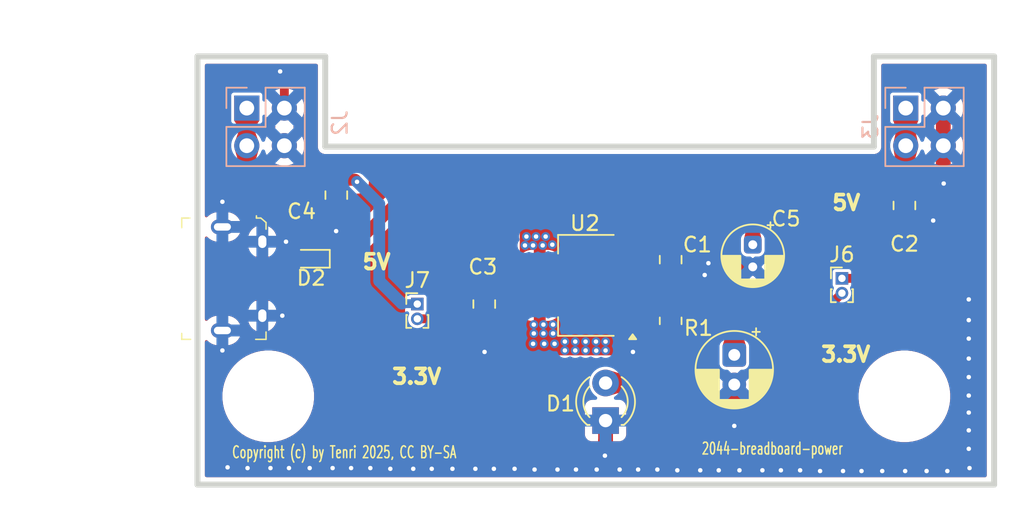
<source format=kicad_pcb>
(kicad_pcb (version 20241229) (generator "pcbnew") (generator_version "9.0")
  (layers (0 "F.Cu" signal) (2 "B.Cu" signal) (13 "F.Paste" user) (15 "B.Paste" user) (5 "F.SilkS" user "F.Silkscreen") (7 "B.SilkS" user "B.Silkscreen") (1 "F.Mask" user) (3 "B.Mask" user) (25 "Edge.Cuts" user))
  (net 0 "")
  (net 1 "GND")
  (net 2 "Net-(D1-A)")
  (net 3 "+5V")
  (net 7 "/Vout_1")
  (net 8 "+3.3V")
  (net 9 "/Vout_2")
  (net 10 "Net-(D2-K)")
  (footprint "Capacitor_SMD:C_0805_2012Metric_Pad1.18x1.45mm_HandSolder" (layer "F.Cu") (at 172.7 78.7625 -90)
    (property "Reference" "C1")
    (property "Value" "0.1 uF" (hide yes))
  )
  (footprint "MountingHole:MountingHole_2.2mm_M2" (layer "F.Cu") (at 145.5 88)
    (property "Reference" "REF**" (hide yes))
    (property "Value" "MountingHole_2.2mm_M2")
  )
  (footprint "Capacitor_THT:CP_Radial_D5.0mm_P2.00mm" (layer "F.Cu") (at 177 85.2 -90)
    (property "Reference" "C6" (hide yes))
    (property "Value" "10 uF")
  )
  (footprint "LED_THT:LED_D3.0mm" (layer "F.Cu") (at 168.3 89.64 90)
    (property "Reference" "D1")
    (property "Value" "LED")
  )
  (footprint "Package_TO_SOT_SMD:SOT-223-3_TabPin2" (layer "F.Cu") (at 167 80.5 180)
    (property "Reference" "U2")
    (property "Value" "AZ1117CH2-3.3")
  )
  (footprint "Capacitor_SMD:C_0805_2012Metric_Pad1.18x1.45mm_HandSolder" (layer "F.Cu") (at 188.5 75.1 -90)
    (property "Reference" "C2")
    (property "Value" "22 uF")
  )
  (footprint "Diode_SMD:D_SOD-523" (layer "F.Cu") (at 148.4 78.7 180)
    (property "Reference" "D2")
    (property "Value" "1N4148WT")
  )
  (footprint "MountingHole:MountingHole_2.2mm_M2" (layer "F.Cu") (at 188.5 88)
    (property "Reference" "REF**" (hide yes))
    (property "Value" "MountingHole_2.2mm_M2")
  )
  (footprint "Capacitor_SMD:C_0805_2012Metric_Pad1.18x1.45mm_HandSolder" (layer "F.Cu") (at 160.1 81.7625 -90)
    (property "Reference" "C3")
    (property "Value" "0.1 uF")
  )
  (footprint "Capacitor_THT:CP_Radial_D4.0mm_P1.50mm" (layer "F.Cu") (at 178.25 77.75 -90)
    (property "Reference" "C5")
    (property "Value" "0.22 uF")
  )
  (footprint "Connector_PinHeader_1.00mm:PinHeader_1x02_P1.00mm_Vertical" (layer "F.Cu") (at 184.277 80.026)
    (property "Reference" "J6")
    (property "Value" "Conn_01x02")
  )
  (footprint "Connector_PinHeader_1.00mm:PinHeader_1x02_P1.00mm_Vertical" (layer "F.Cu") (at 155.575 81.7625)
    (property "Reference" "J7")
    (property "Value" "Conn_01x02")
  )
  (footprint "Resistor_SMD:R_0805_2012Metric_Pad1.20x1.40mm_HandSolder" (layer "F.Cu") (at 172.7 82.9 90)
    (property "Reference" "R1")
    (property "Value" "330")
  )
  (footprint "digikey-footprints:USB_Micro_B_Female_10118194-0001LF" (layer "F.Cu") (at 145.1 80.05 -90)
    (property "Reference" "J1" (hide yes))
    (property "Value" "10118194-0001LF")
  )
  (footprint "Symbol:OSHW-Logo2_7.3x6mm_Copper" (layer "F.Cu") (at 161.25 88.75)
    (property "Reference" "REF**" (hide yes))
    (property "Value" "OSHW-Logo2_7.3x6mm_Copper" (hide yes))
  )
  (footprint "Capacitor_SMD:C_0805_2012Metric_Pad1.18x1.45mm_HandSolder" (layer "F.Cu") (at 150.1 74.4 -90)
    (property "Reference" "C4")
    (property "Value" "22 uF")
  )
  (footprint "Connector_PinHeader_2.54mm:PinHeader_2x02_P2.54mm_Vertical" (layer "B.Cu") (at 188.588319 68.518917 -90)
    (property "Reference" "J3")
    (property "Value" "Conn_02x02_Odd_Even")
  )
  (footprint "Connector_PinHeader_2.54mm:PinHeader_2x02_P2.54mm_Vertical" (layer "B.Cu") (at 144.048319 68.518917 -90)
    (property "Reference" "J2")
    (property "Value" "Conn_02x02_Odd_Even")
  )
  (gr_line (start 194.564 93.96632) (end 140.716 93.96632) (stroke (width 0.4)) (layer "Edge.Cuts"))
  (gr_line (start 140.716 65.024) (end 149.352 65.024) (stroke (width 0.4)) (layer "Edge.Cuts"))
  (gr_line (start 149.352 71.12) (end 186.436 71.12) (stroke (width 0.4)) (layer "Edge.Cuts"))
  (gr_line (start 186.436 65.024) (end 194.564 65.024) (stroke (width 0.4)) (layer "Edge.Cuts"))
  (gr_line (start 140.716 93.96632) (end 140.716 65.024) (stroke (width 0.4)) (layer "Edge.Cuts"))
  (gr_line (start 194.564 65.024) (end 194.564 93.96632) (stroke (width 0.4)) (layer "Edge.Cuts"))
  (gr_line (start 149.352 65.024) (end 149.352 71.12) (stroke (width 0.4)) (layer "Edge.Cuts"))
  (gr_line (start 186.436 71.12) (end 186.436 65.024) (stroke (width 0.4)) (layer "Edge.Cuts"))
  (gr_text "3.3V" (at 153.75 87.25 0) (layer "F.SilkS") (effects (font (size 1 1) (thickness 0.25) (bold yes)) (justify left bottom)))
  (gr_text "2044-breadboard-power" (at 174.75 92 0) (layer "F.SilkS") (effects (font (size 0.8 0.5) (thickness 0.1)) (justify left bottom)))
  (gr_text "5V" (at 151.75 79.5 0) (layer "F.SilkS") (effects (font (size 1 1) (thickness 0.25) (bold yes)) (justify left bottom)))
  (gr_text "5V" (at 183.5 75.5 0) (layer "F.SilkS") (effects (font (size 1 1) (thickness 0.25) (bold yes)) (justify left bottom)))
  (gr_text "3.3V" (at 182.75 85.75 0) (layer "F.SilkS") (effects (font (size 1 1) (thickness 0.25) (bold yes)) (justify left bottom)))
  (gr_text "Copyright (c) by Tenri 2025, CC BY-SA" (at 143 92.25 0) (layer "F.SilkS") (effects (font (size 0.8 0.5) (thickness 0.1)) (justify left bottom)))
  (segment (start 191.128319 68.518917) (end 191.128319 71.058917) (width 1) (layer "F.Cu") (net 1))
  (segment (start 188.5 76.1375) (end 189.321494 76.1375) (width 1) (layer "F.Cu") (net 1))
  (segment (start 175.5 79.25) (end 175.25 79) (width 0.6) (layer "F.Cu") (net 1))
  (segment (start 177 89) (end 177 87.2) (width 1) (layer "F.Cu") (net 1))
  (segment (start 150.088355 75.449145) (end 150.1 75.4375) (width 0.4) (layer "F.Cu") (net 1))
  (segment (start 189.321494 76.1375) (end 189.335892 76.123102) (width 1) (layer "F.Cu") (net 1))
  (segment (start 172.7 79.8) (end 173.973142 79.8) (width 0.8) (layer "F.Cu") (net 1))
  (segment (start 178.25 79.25) (end 175.5 79.25) (width 0.6) (layer "F.Cu") (net 1))
  (segment (start 160.1 82.8) (end 160.1 83.979732) (width 0.8) (layer "F.Cu") (net 1))
  (segment (start 146.588319 68.518917) (end 146.588319 66.324319) (width 0.6) (layer "F.Cu") (net 1))
  (segment (start 189.335892 76.123102) (end 189.339131 76.119863) (width 0.3) (layer "F.Cu") (net 1))
  (segment (start 160.1 82.8) (end 160.1 82.9) (width 0.4) (layer "F.Cu") (net 1))
  (segment (start 146.225819 68.881417) (end 146.588319 68.518917) (width 0.6) (layer "F.Cu") (net 1))
  (segment (start 160.1 82.9) (end 160 83) (width 0.4) (layer "F.Cu") (net 1))
  (segment (start 170.15 84) (end 170.15 85) (width 0.3) (layer "F.Cu") (net 1))
  (segment (start 146.588319 66.324319) (end 146.304 66.04) (width 0.6) (layer "F.Cu") (net 1))
  (segment (start 173.986953 79.786189) (end 174.001531 79.800767) (width 0.8) (layer "F.Cu") (net 1))
  (segment (start 142.4 74.85) (end 142.4 76.55) (width 0.3) (layer "F.Cu") (net 1))
  (segment (start 160.120268 84) (end 160.1 83.979732) (width 0.4) (layer "F.Cu") (net 1))
  (segment (start 189.339131 76.119863) (end 190.443818 76.119863) (width 0.3) (layer "F.Cu") (net 1))
  (segment (start 172.700767 79.800767) (end 172.7 79.8) (width 0.3) (layer "F.Cu") (net 1))
  (segment (start 160.120268 85) (end 160.120268 84) (width 0.4) (layer "F.Cu") (net 1))
  (segment (start 168.3 90.99603) (end 168.299891 90.996139) (width 1) (layer "F.Cu") (net 1))
  (segment (start 146.7 77.55) (end 145.1 77.55) (width 0.3) (layer "F.Cu") (net 1))
  (segment (start 191.128319 72.808713) (end 191.128319 71.058917) (width 1) (layer "F.Cu") (net 1))
  (segment (start 170.15 84) (end 170.15 82.8) (width 1) (layer "F.Cu") (net 1))
  (segment (start 173.973142 79.8) (end 173.986953 79.786189) (width 0.8) (layer "F.Cu") (net 1))
  (segment (start 142.4 84.9) (end 142.4 83.55) (width 0.3) (layer "F.Cu") (net 1))
  (segment (start 168.256157 92.012952) (end 168.256157 91.039873) (width 0.3) (layer "F.Cu") (net 1))
  (segment (start 191.155498 73.616623) (end 191.155498 72.835892) (width 0.3) (layer "F.Cu") (net 1))
  (segment (start 168.256157 91.039873) (end 168.299891 90.996139) (width 0.3) (layer "F.Cu") (net 1))
  (segment (start 150.088355 76.832098) (end 150.088355 75.449145) (width 0.4) (layer "F.Cu") (net 1))
  (segment (start 190.925819 68.721417) (end 191.128319 68.518917) (width 0.6) (layer "F.Cu") (net 1))
  (segment (start 168.3 89.64) (end 168.3 90.99603) (width 1) (layer "F.Cu") (net 1))
  (segment (start 146.45 82.55) (end 145.1 82.55) (width 0.3) (layer "F.Cu") (net 1))
  (segment (start 175 79.800767) (end 174.001531 79.800767) (width 0.3) (layer "F.Cu") (net 1))
  (segment (start 191.155498 72.835892) (end 191.128319 72.808713) (width 0.3) (layer "F.Cu") (net 1))
  (segment (start 177 90) (end 177 89) (width 0.3) (layer "F.Cu") (net 1))
  (via (at 149.85 92.85) (size 0.6) (drill 0.3) (layers "F.Cu" "B.Cu") (net 1))
  (via (at 151.1 92.85) (size 0.6) (drill 0.3) (layers "F.Cu" "B.Cu") (net 1))
  (via (at 144.1 92.85) (size 0.6) (drill 0.3) (layers "F.Cu" "B.Cu") (net 1))
  (via (at 171.8 92.95) (size 0.6) (drill 0.3) (layers "F.Cu" "B.Cu") (net 1))
  (via (at 175.25 79) (size 0.5) (drill 0.3) (layers "F.Cu" "B.Cu") (net 1))
  (via (at 159.5 92.9) (size 0.6) (drill 0.3) (layers "F.Cu" "B.Cu") (net 1))
  (via (at 190 93.05) (size 0.6) (drill 0.3) (layers "F.Cu" "B.Cu") (net 1))
  (via (at 160.120268 85) (size 0.6) (drill 0.3) (layers "F.Cu" "B.Cu") (net 1))
  (via (at 170.5 92.95) (size 0.6) (drill 0.3) (layers "F.Cu" "B.Cu") (net 1))
  (via (at 185.6 93.05) (size 0.6) (drill 0.3) (layers "F.Cu" "B.Cu") (net 1))
  (via (at 178.9 93) (size 0.6) (drill 0.3) (layers "F.Cu" "B.Cu") (net 1))
  (via (at 167.7 92.95) (size 0.6) (drill 0.3) (layers "F.Cu" "B.Cu") (net 1))
  (via (at 165.05 92.95) (size 0.6) (drill 0.3) (layers "F.Cu" "B.Cu") (net 1))
  (via (at 142.4 84.9) (size 0.5) (drill 0.3) (layers "F.Cu" "B.Cu") (net 1))
  (via (at 153.75 92.9) (size 0.6) (drill 0.3) (layers "F.Cu" "B.Cu") (net 1))
  (via (at 157.95 92.9) (size 0.6) (drill 0.3) (layers "F.Cu" "B.Cu") (net 1))
  (via (at 166.3 92.95) (size 0.6) (drill 0.3) (layers "F.Cu" "B.Cu") (net 1))
  (via (at 152.4 92.85) (size 0.6) (drill 0.3) (layers "F.Cu" "B.Cu") (net 1))
  (via (at 162.15 92.9) (size 0.6) (drill 0.3) (layers "F.Cu" "B.Cu") (net 1))
  (via (at 180.15 93) (size 0.6) (drill 0.3) (layers "F.Cu" "B.Cu") (net 1))
  (via (at 148.3 92.85) (size 0.6) (drill 0.3) (layers "F.Cu" "B.Cu") (net 1))
  (via (at 142.4 74.85) (size 0.5) (drill 0.3) (layers "F.Cu" "B.Cu") (net 1))
  (via (at 190.443818 76.119863) (size 0.5) (drill 0.3) (layers "F.Cu" "B.Cu") (net 1))
  (via (at 160.75 92.9) (size 0.6) (drill 0.3) (layers "F.Cu" "B.Cu") (net 1))
  (via (at 163.5 92.95) (size 0.6) (drill 0.3) (layers "F.Cu" "B.Cu") (net 1))
  (via (at 142.75 92.8) (size 0.6) (drill 0.3) (layers "F.Cu" "B.Cu") (net 1))
  (via (at 182.8 93.05) (size 0.6) (drill 0.3) (layers "F.Cu" "B.Cu") (net 1))
  (via (at 174.7 93) (size 0.6) (drill 0.3) (layers "F.Cu" "B.Cu") (net 1))
  (via (at 177 90) (size 0.5) (drill 0.3) (layers "F.Cu" "B.Cu") (net 1))
  (via (at 192.85 85.45) (size 0.6) (drill 0.3) (layers "F.Cu" "B.Cu") (net 1))
  (via (at 192.85 81.45) (size 0.6) (drill 0.3) (layers "F.Cu" "B.Cu") (net 1))
  (via (at 192.9 92.85) (size 0.6) (drill 0.3) (layers "F.Cu" "B.Cu") (net 1))
  (via (at 145.65 92.85) (size 0.6) (drill 0.3) (layers "F.Cu" "B.Cu") (net 1))
  (via (at 192.85 87.95) (size 0.6) (drill 0.3) (layers "F.Cu" "B.Cu") (net 1))
  (via (at 146.9 92.85) (size 0.6) (drill 0.3) (layers "F.Cu" "B.Cu") (net 1))
  (via (at 192.85 90.3) (size 0.6) (drill 0.3) (layers "F.Cu" "B.Cu") (net 1))
  (via (at 146.7 77.55) (size 0.5) (drill 0.3) (layers "F.Cu" "B.Cu") (net 1))
  (via (at 187 93.05) (size 0.6) (drill 0.3) (layers "F.Cu" "B.Cu") (net 1))
  (via (at 191.155498 73.616623) (size 0.5) (drill 0.3) (layers "F.Cu" "B.Cu") (net 1))
  (via (at 192.85 89.1) (size 0.6) (drill 0.3) (layers "F.Cu" "B.Cu") (net 1))
  (via (at 181.45 93) (size 0.6) (drill 0.3) (layers "F.Cu" "B.Cu") (net 1))
  (via (at 169.25 92.95) (size 0.6) (drill 0.3) (layers "F.Cu" "B.Cu") (net 1))
  (via (at 156.55 92.9) (size 0.6) (drill 0.3) (layers "F.Cu" "B.Cu") (net 1))
  (via (at 184.35 93.05) (size 0.6) (drill 0.3) (layers "F.Cu" "B.Cu") (net 1))
  (via (at 155.3 92.9) (size 0.6) (drill 0.3) (layers "F.Cu" "B.Cu") (net 1))
  (via (at 146.45 82.55) (size 0.5) (drill 0.3) (layers "F.Cu" "B.Cu") (net 1))
  (via (at 150.088355 76.832098) (size 0.5) (drill 0.3) (layers "F.Cu" "B.Cu") (net 1))
  (via (at 191.4 93.05) (size 0.6) (drill 0.3) (layers "F.Cu" "B.Cu") (net 1))
  (via (at 177.35 93) (size 0.6) (drill 0.3) (layers "F.Cu" "B.Cu") (net 1))
  (via (at 192.85 91.55) (size 0.6) (drill 0.3) (layers "F.Cu" "B.Cu") (net 1))
  (via (at 192.85 86.7) (size 0.6) (drill 0.3) (layers "F.Cu" "B.Cu") (net 1))
  (via (at 175 79.800767) (size 0.5) (drill 0.3) (layers "F.Cu" "B.Cu") (net 1))
  (via (at 170.15 85) (size 0.6) (drill 0.3) (layers "F.Cu" "B.Cu") (net 1))
  (via (at 175.95 93) (size 0.6) (drill 0.3) (layers "F.Cu" "B.Cu") (net 1))
  (via (at 146.304 66.04) (size 0.5) (drill 0.3) (layers "F.Cu" "B.Cu") (net 1))
  (via (at 188.55 93.05) (size 0.6) (drill 0.3) (layers "F.Cu" "B.Cu") (net 1))
  (via (at 192.85 84.1) (size 0.6) (drill 0.3) (layers "F.Cu" "B.Cu") (net 1))
  (via (at 173.15 93) (size 0.6) (drill 0.3) (layers "F.Cu" "B.Cu") (net 1))
  (via (at 168.256157 92.012952) (size 0.5) (drill 0.3) (layers "F.Cu" "B.Cu") (net 1))
  (via (at 192.85 82.85) (size 0.6) (drill 0.3) (layers "F.Cu" "B.Cu") (net 1))
  (segment (start 168.3 87.1) (end 171.4 87.1) (width 0.8) (layer "F.Cu") (net 2))
  (segment (start 172.7 85.8) (end 172.7 83.9) (width 0.8) (layer "F.Cu") (net 2))
  (segment (start 171.4 87.1) (end 172.7 85.8) (width 0.8) (layer "F.Cu") (net 2))
  (segment (start 145.1 78.75) (end 146.95 78.75) (width 0.3) (layer "F.Cu") (net 3))
  (segment (start 147.7 78.7) (end 146.75 78.7) (width 0.6) (layer "F.Cu") (net 3))
  (segment (start 188.5 74.0625) (end 187.2375 74.0625) (width 1) (layer "F.Cu") (net 7))
  (segment (start 188.550819 71.096417) (end 188.588319 71.058917) (width 0.6) (layer "F.Cu") (net 7))
  (segment (start 188.588319 68.518917) (end 188.588319 71.058917) (width 1) (layer "F.Cu") (net 7))
  (segment (start 188.850819 68.781417) (end 188.588319 68.518917) (width 0.6) (layer "F.Cu") (net 7))
  (segment (start 188.5 74.0625) (end 188.5 71.147236) (width 1) (layer "F.Cu") (net 7))
  (segment (start 184.277 80.026) (end 185.174 80.026) (width 0.6) (layer "F.Cu") (net 7))
  (segment (start 186.7 74.6) (end 186.7 78.5) (width 1) (layer "F.Cu") (net 7))
  (segment (start 185.174 80.026) (end 186.7 78.5) (width 0.6) (layer "F.Cu") (net 7))
  (segment (start 187.2375 74.0625) (end 186.7 74.6) (width 1) (layer "F.Cu") (net 7))
  (segment (start 188.5 71.147236) (end 188.588319 71.058917) (width 0.8) (layer "F.Cu") (net 7))
  (segment (start 167.034881 80.5) (end 163.85 80.5) (width 2) (layer "F.Cu") (net 8))
  (segment (start 156.8865 82.7625) (end 158.924 80.725) (width 0.6) (layer "F.Cu") (net 8))
  (segment (start 158.924 80.725) (end 160.1 80.725) (width 0.6) (layer "F.Cu") (net 8))
  (segment (start 172.7 81.9) (end 172.8 82) (width 1) (layer "F.Cu") (net 8))
  (segment (start 172.8 82) (end 182 82) (width 1) (layer "F.Cu") (net 8))
  (segment (start 171.3 80.5) (end 172.7 81.9) (width 0.6) (layer "F.Cu") (net 8))
  (segment (start 167.037555 80.5) (end 167.036218 80.498663) (width 1) (layer "F.Cu") (net 8))
  (segment (start 183.303 82) (end 183 82) (width 0.6) (layer "F.Cu") (net 8))
  (segment (start 170.15 80.5) (end 171.3 80.5) (width 0.6) (layer "F.Cu") (net 8))
  (segment (start 160.1 80.725) (end 163.625 80.725) (width 1) (layer "F.Cu") (net 8))
  (segment (start 155.575 82.7625) (end 156.8865 82.7625) (width 0.6) (layer "F.Cu") (net 8))
  (segment (start 183 82) (end 182 82) (width 1) (layer "F.Cu") (net 8))
  (segment (start 170.15 80.5) (end 167.037555 80.5) (width 1) (layer "F.Cu") (net 8))
  (segment (start 177 85.2) (end 177 82.1) (width 1) (layer "F.Cu") (net 8))
  (segment (start 170.25 80.6) (end 170.15 80.5) (width 0.6) (layer "F.Cu") (net 8))
  (segment (start 184.277 81.026) (end 183.303 82) (width 0.6) (layer "F.Cu") (net 8))
  (segment (start 163.625 80.725) (end 163.85 80.5) (width 1) (layer "F.Cu") (net 8))
  (segment (start 167.036218 80.498663) (end 167.034881 80.5) (width 2) (layer "F.Cu") (net 8))
  (via (at 164.1 83.15) (size 0.6) (drill 0.3) (layers "F.Cu" "B.Cu") (net 8))
  (via (at 163.4 77.8) (size 0.6) (drill 0.3) (layers "F.Cu" "B.Cu") (net 8))
  (via (at 167.669465 84.914624) (size 0.6) (drill 0.3) (layers "F.Cu" "B.Cu") (net 8))
  (via (at 168.3 84.9) (size 0.6) (drill 0.3) (layers "F.Cu" "B.Cu") (net 8))
  (via (at 167.65 84.3) (size 0.6) (drill 0.3) (layers "F.Cu" "B.Cu") (net 8))
  (via (at 164.75 83.75) (size 0.6) (drill 0.3) (layers "F.Cu" "B.Cu") (net 8))
  (via (at 163.6 77.2) (size 0.6) (drill 0.3) (layers "F.Cu" "B.Cu") (net 8))
  (via (at 164.05 77.8) (size 0.6) (drill 0.3) (layers "F.Cu" "B.Cu") (net 8))
  (via (at 166.95 84.3) (size 0.6) (drill 0.3) (layers "F.Cu" "B.Cu") (net 8))
  (via (at 164.75 83.15) (size 0.6) (drill 0.3) (layers "F.Cu" "B.Cu") (net 8))
  (via (at 163.45 83.75) (size 0.6) (drill 0.3) (layers "F.Cu" "B.Cu") (net 8))
  (via (at 164.1 83.75) (size 0.6) (drill 0.3) (layers "F.Cu" "B.Cu") (net 8))
  (via (at 163.4 84.45) (size 0.6) (drill 0.3) (layers "F.Cu" "B.Cu") (net 8))
  (via (at 163.45 83.15) (size 0.6) (drill 0.3) (layers "F.Cu" "B.Cu") (net 8))
  (via (at 165.55 84.3) (size 0.6) (drill 0.3) (layers "F.Cu" "B.Cu") (net 8))
  (via (at 164.85 84.45) (size 0.6) (drill 0.3) (layers "F.Cu" "B.Cu") (net 8))
  (via (at 168.3 84.3) (size 0.6) (drill 0.3) (layers "F.Cu" "B.Cu") (net 8))
  (via (at 164.15 84.45) (size 0.6) (drill 0.3) (layers "F.Cu" "B.Cu") (net 8))
  (via (at 164.25 77.2) (size 0.6) (drill 0.3) (layers "F.Cu" "B.Cu") (net 8))
  (via (at 162.95 77.2) (size 0.6) (drill 0.3) (layers "F.Cu" "B.Cu") (net 8))
  (via (at 164.7 77.75) (size 0.6) (drill 0.3) (layers "F.Cu" "B.Cu") (net 8))
  (via (at 166.25 84.9) (size 0.6) (drill 0.3) (layers "F.Cu" "B.Cu") (net 8))
  (via (at 165.55 84.9) (size 0.6) (drill 0.3) (layers "F.Cu" "B.Cu") (net 8))
  (via (at 166.25 84.3) (size 0.6) (drill 0.3) (layers "F.Cu" "B.Cu") (net 8))
  (via (at 162.85 77.8) (size 0.6) (drill 0.3) (layers "F.Cu" "B.Cu") (net 8))
  (via (at 166.95 84.9) (size 0.6) (drill 0.3) (layers "F.Cu" "B.Cu") (net 8))
  (segment (start 150.1 73.3625) (end 144.4625 73.3625) (width 0.8) (layer "F.Cu") (net 9))
  (segment (start 144.048319 68.518917) (end 144.048319 71.058917) (width 0.6) (layer "F.Cu") (net 9))
  (segment (start 144.4625 73.3625) (end 144.048319 72.948319) (width 0.8) (layer "F.Cu") (net 9))
  (segment (start 144.150819 68.621417) (end 144.048319 68.518917) (width 0.6) (layer "F.Cu") (net 9))
  (segment (start 151.3625 73.3625) (end 151.5 73.5) (width 0.8) (layer "F.Cu") (net 9))
  (segment (start 150.1 73.3625) (end 151.3625 73.3625) (width 0.8) (layer "F.Cu") (net 9))
  (segment (start 144.048319 72.948319) (end 144.048319 71.058917) (width 0.8) (layer "F.Cu") (net 9))
  (via (at 151.5 73.5) (size 0.6) (drill 0.3) (layers "F.Cu" "B.Cu") (net 9))
  (segment (start 154.534419 81.7365) (end 155.575 81.7365) (width 0.6) (layer "B.Cu") (net 9))
  (segment (start 153 80.202081) (end 154.534419 81.7365) (width 0.8) (layer "B.Cu") (net 9))
  (segment (start 151.5 73.5) (end 153 75) (width 0.8) (layer "B.Cu") (net 9))
  (segment (start 153 80.202081) (end 153 75) (width 0.8) (layer "B.Cu") (net 9))
  (segment (start 177.4 74.8) (end 173.4 74.8) (width 0.8) (layer "F.Cu") (net 10))
  (segment (start 173.4 74.8) (end 172.7 75.5) (width 0.8) (layer "F.Cu") (net 10))
  (segment (start 154.3 74.8) (end 173.4 74.8) (width 0.8) (layer "F.Cu") (net 10))
  (segment (start 177.45 74.85) (end 177.4 74.8) (width 0.8) (layer "F.Cu") (net 10))
  (segment (start 149.1 78.7) (end 150.4 78.7) (width 0.8) (layer "F.Cu") (net 10))
  (segment (start 150.4 78.7) (end 154.3 74.8) (width 0.8) (layer "F.Cu") (net 10))
  (segment (start 177.45 74.85) (end 178.25 75.65) (width 0.8) (layer "F.Cu") (net 10))
  (segment (start 178.25 75.65) (end 178.25 77.75) (width 0.8) (layer "F.Cu") (net 10))
  (segment (start 172.7 77.725) (end 170.625 77.725) (width 1) (layer "F.Cu") (net 10))
  (segment (start 170.625 77.725) (end 170.15 78.2) (width 1) (layer "F.Cu") (net 10))
  (segment (start 172.7 75.5) (end 172.7 77.725) (width 0.8) (layer "F.Cu") (net 10))
  (zone (net 1) (net_name "GND") (layer "F.Cu") (connect_pads (clearance 0.4)) (min_thickness 0.2) (fill yes (thermal_gap 0.5) (thermal_bridge_width 0.3))
    (polygon (pts (xy 196.5 63.5) (xy 139.55 63.5) (xy 139.55 96.55) (xy 196.6 97)))
  )
  (zone (net 8) (net_name "+3.3V") (layer "F.Cu") (priority 2) (connect_pads (clearance 0.2)) (min_thickness 0.25) (fill yes (thermal_gap 0.5) (thermal_bridge_width 0.8))
    (polygon (pts (xy 162.5 76.65) (xy 162.499352 85.229772) (xy 169.1 85.229772) (xy 168.8 76.65)))
  )
  (zone (net 1) (net_name "GND") (layer "B.Cu") (priority 1) (connect_pads (clearance 0.2)) (min_thickness 0.25) (fill yes (thermal_gap 0.5) (thermal_bridge_width 0.8))
    (polygon (pts (xy 140.1 64.77) (xy 196 64.77) (xy 196 96) (xy 140.1 96)))
  )
)
</source>
